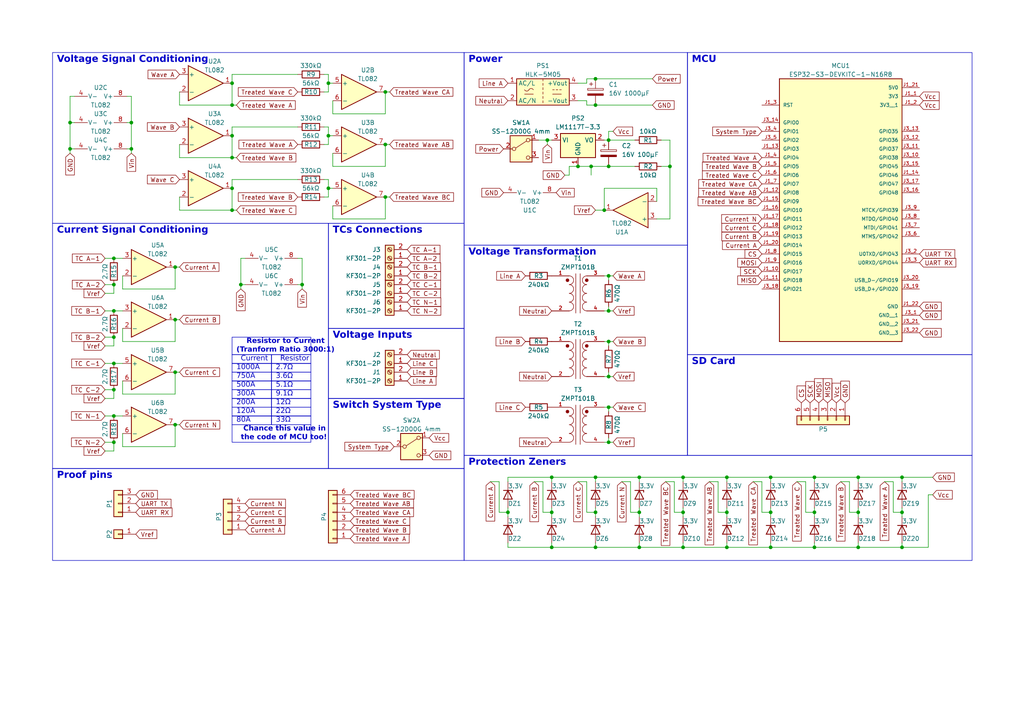
<source format=kicad_sch>
(kicad_sch (version 20230121) (generator eeschema)
  (paper "A4")
  (title_block (title "ESP32 Power Analyser V3.0 Schematics") (date "02/05/2024") (rev "1.2") (company "https://www.linkedin.com/in/lucasrguerra"))
  (junction (at 210.82 148.59))
  (junction (at 176.53 48.26))
  (junction (at 198.12 148.59))
  (junction (at 176.53 99.06))
  (junction (at 67.31 39.37))
  (junction (at 223.52 148.59))
  (junction (at 33.02 113.03))
  (junction (at 69.85 82.55))
  (junction (at 95.25 54.61))
  (junction (at 236.22 138.43))
  (junction (at 33.02 120.65))
  (junction (at 261.62 148.59))
  (junction (at 261.62 158.75))
  (junction (at 67.31 24.13))
  (junction (at 167.64 48.26))
  (junction (at 67.31 54.61))
  (junction (at 210.82 138.43))
  (junction (at 210.82 158.75))
  (junction (at 111.76 26.67))
  (junction (at 176.53 118.11))
  (junction (at 111.76 57.15))
  (junction (at 248.92 138.43))
  (junction (at 185.42 148.59))
  (junction (at 33.02 74.93))
  (junction (at 176.53 128.27))
  (junction (at 95.25 24.13))
  (junction (at 95.25 39.37))
  (junction (at 67.31 45.72))
  (junction (at 38.1 43.18))
  (junction (at 160.02 158.75))
  (junction (at 33.02 82.55))
  (junction (at 33.02 90.17))
  (junction (at 185.42 138.43))
  (junction (at 236.22 148.59))
  (junction (at 176.53 109.22))
  (junction (at 172.72 22.86))
  (junction (at 198.12 138.43))
  (junction (at 33.02 105.41))
  (junction (at 50.8 77.47))
  (junction (at 33.02 128.27))
  (junction (at 67.31 30.48))
  (junction (at 171.45 48.26))
  (junction (at 223.52 158.75))
  (junction (at 176.53 90.17))
  (junction (at 172.72 148.59))
  (junction (at 38.1 35.56))
  (junction (at 248.92 148.59))
  (junction (at 172.72 138.43))
  (junction (at 50.8 107.95))
  (junction (at 50.8 123.19))
  (junction (at 198.12 158.75))
  (junction (at 176.53 80.01))
  (junction (at 172.72 30.48))
  (junction (at 185.42 158.75))
  (junction (at 67.31 60.96))
  (junction (at 160.02 148.59))
  (junction (at 194.31 48.26))
  (junction (at 111.76 41.91))
  (junction (at 33.02 97.79))
  (junction (at 248.92 158.75))
  (junction (at 160.02 138.43))
  (junction (at 158.75 40.64))
  (junction (at 175.26 60.96))
  (junction (at 236.22 158.75))
  (junction (at 20.32 35.56))
  (junction (at 147.32 148.59))
  (junction (at 223.52 138.43))
  (junction (at 50.8 92.71))
  (junction (at 176.53 40.64))
  (junction (at 172.72 158.75))
  (junction (at 20.32 43.18))
  (junction (at 87.63 82.55))
  (junction (at 261.62 138.43))
  (wire (pts (xy 38.1 43.18) (xy 38.1 44.45)))
  (wire (pts (xy 223.52 158.75) (xy 210.82 158.75)))
  (wire (pts (xy 172.72 22.86) (xy 189.23 22.86)))
  (wire (pts (xy 160.02 138.43) (xy 160.02 139.7)))
  (wire (pts (xy 177.8 38.1) (xy 176.53 38.1)))
  (wire (pts (xy 52.07 57.15) (xy 52.07 60.96)))
  (wire (pts (xy 50.8 129.54) (xy 50.8 123.19)))
  (wire (pts (xy 176.53 118.11) (xy 177.8 118.11)))
  (wire (pts (xy 35.56 110.49) (xy 35.56 114.3)))
  (wire (pts (xy 147.32 158.75) (xy 160.02 158.75)))
  (wire (pts (xy 111.76 26.67) (xy 113.03 26.67)))
  (wire (pts (xy 144.78 139.7) (xy 144.78 148.59)))
  (wire (pts (xy 210.82 139.7) (xy 210.82 138.43)))
  (wire (pts (xy 194.31 48.26) (xy 194.31 63.5)))
  (wire (pts (xy 96.52 44.45) (xy 96.52 48.26)))
  (wire (pts (xy 30.48 82.55) (xy 33.02 82.55)))
  (wire (pts (xy 248.92 148.59) (xy 248.92 149.86)))
  (wire (pts (xy 96.52 29.21) (xy 96.52 33.02)))
  (wire (pts (xy 269.24 143.51) (xy 269.24 158.75)))
  (wire (pts (xy 35.56 83.82) (xy 50.8 83.82)))
  (wire (pts (xy 170.18 22.86) (xy 172.72 22.86)))
  (wire (pts (xy 158.75 40.64) (xy 160.02 40.64)))
  (wire (pts (xy 69.85 74.93) (xy 69.85 82.55)))
  (wire (pts (xy 67.31 45.72) (xy 68.58 45.72)))
  (wire (pts (xy 93.98 26.67) (xy 95.25 26.67)))
  (wire (pts (xy 30.48 97.79) (xy 33.02 97.79)))
  (wire (pts (xy 20.32 35.56) (xy 20.32 43.18)))
  (wire (pts (xy 223.52 148.59) (xy 223.52 149.86)))
  (wire (pts (xy 259.08 148.59) (xy 261.62 148.59)))
  (wire (pts (xy 111.76 33.02) (xy 111.76 26.67)))
  (wire (pts (xy 147.32 148.59) (xy 147.32 149.86)))
  (wire (pts (xy 170.18 24.13) (xy 170.18 22.86)))
  (wire (pts (xy 147.32 147.32) (xy 147.32 148.59)))
  (wire (pts (xy 33.02 130.81) (xy 33.02 128.27)))
  (wire (pts (xy 95.25 36.83) (xy 95.25 39.37)))
  (wire (pts (xy 35.56 80.01) (xy 35.56 83.82)))
  (wire (pts (xy 261.62 158.75) (xy 269.24 158.75)))
  (wire (pts (xy 67.31 21.59) (xy 67.31 24.13)))
  (wire (pts (xy 172.72 139.7) (xy 172.72 138.43)))
  (wire (pts (xy 21.59 27.94) (xy 20.32 27.94)))
  (wire (pts (xy 71.12 82.55) (xy 69.85 82.55)))
  (wire (pts (xy 246.38 148.59) (xy 248.92 148.59)))
  (wire (pts (xy 236.22 147.32) (xy 236.22 148.59)))
  (wire (pts (xy 86.36 21.59) (xy 67.31 21.59)))
  (wire (pts (xy 30.48 85.09) (xy 33.02 85.09)))
  (wire (pts (xy 21.59 43.18) (xy 20.32 43.18)))
  (wire (pts (xy 231.14 139.7) (xy 233.68 139.7)))
  (wire (pts (xy 191.77 40.64) (xy 194.31 40.64)))
  (wire (pts (xy 157.48 139.7) (xy 157.48 148.59)))
  (wire (pts (xy 176.53 38.1) (xy 176.53 40.64)))
  (wire (pts (xy 96.52 59.69) (xy 96.52 63.5)))
  (wire (pts (xy 67.31 60.96) (xy 67.31 54.61)))
  (wire (pts (xy 236.22 148.59) (xy 236.22 149.86)))
  (wire (pts (xy 167.64 139.7) (xy 170.18 139.7)))
  (wire (pts (xy 86.36 82.55) (xy 87.63 82.55)))
  (wire (pts (xy 198.12 147.32) (xy 198.12 148.59)))
  (wire (pts (xy 35.56 114.3) (xy 50.8 114.3)))
  (wire (pts (xy 172.72 138.43) (xy 160.02 138.43)))
  (wire (pts (xy 248.92 158.75) (xy 236.22 158.75)))
  (wire (pts (xy 35.56 129.54) (xy 50.8 129.54)))
  (wire (pts (xy 261.62 157.48) (xy 261.62 158.75)))
  (wire (pts (xy 198.12 158.75) (xy 185.42 158.75)))
  (wire (pts (xy 261.62 139.7) (xy 261.62 138.43)))
  (wire (pts (xy 233.68 139.7) (xy 233.68 148.59)))
  (wire (pts (xy 210.82 157.48) (xy 210.82 158.75)))
  (wire (pts (xy 158.75 41.91) (xy 158.75 40.64)))
  (wire (pts (xy 236.22 139.7) (xy 236.22 138.43)))
  (wire (pts (xy 95.25 24.13) (xy 96.52 24.13)))
  (wire (pts (xy 223.52 139.7) (xy 223.52 138.43)))
  (wire (pts (xy 69.85 82.55) (xy 69.85 83.82)))
  (wire (pts (xy 176.53 48.26) (xy 184.15 48.26)))
  (wire (pts (xy 96.52 48.26) (xy 111.76 48.26)))
  (wire (pts (xy 33.02 115.57) (xy 33.02 113.03)))
  (wire (pts (xy 172.72 147.32) (xy 172.72 148.59)))
  (wire (pts (xy 185.42 138.43) (xy 172.72 138.43)))
  (wire (pts (xy 210.82 138.43) (xy 198.12 138.43)))
  (wire (pts (xy 111.76 41.91) (xy 113.03 41.91)))
  (wire (pts (xy 93.98 52.07) (xy 95.25 52.07)))
  (wire (pts (xy 160.02 158.75) (xy 160.02 157.48)))
  (wire (pts (xy 220.98 139.7) (xy 220.98 148.59)))
  (wire (pts (xy 176.53 80.01) (xy 177.8 80.01)))
  (wire (pts (xy 170.18 139.7) (xy 170.18 148.59)))
  (wire (pts (xy 33.02 90.17) (xy 35.56 90.17)))
  (wire (pts (xy 176.53 128.27) (xy 177.8 128.27)))
  (wire (pts (xy 67.31 36.83) (xy 67.31 39.37)))
  (wire (pts (xy 154.94 139.7) (xy 157.48 139.7)))
  (wire (pts (xy 248.92 157.48) (xy 248.92 158.75)))
  (wire (pts (xy 93.98 21.59) (xy 95.25 21.59)))
  (wire (pts (xy 259.08 139.7) (xy 259.08 148.59)))
  (wire (pts (xy 176.53 107.95) (xy 176.53 109.22)))
  (wire (pts (xy 86.36 52.07) (xy 67.31 52.07)))
  (wire (pts (xy 95.25 26.67) (xy 95.25 24.13)))
  (wire (pts (xy 50.8 77.47) (xy 52.07 77.47)))
  (wire (pts (xy 38.1 27.94) (xy 38.1 35.56)))
  (wire (pts (xy 67.31 30.48) (xy 67.31 24.13)))
  (wire (pts (xy 50.8 123.19) (xy 52.07 123.19)))
  (wire (pts (xy 190.5 63.5) (xy 194.31 63.5)))
  (wire (pts (xy 185.42 158.75) (xy 172.72 158.75)))
  (wire (pts (xy 95.25 39.37) (xy 96.52 39.37)))
  (wire (pts (xy 36.83 43.18) (xy 38.1 43.18)))
  (wire (pts (xy 208.28 148.59) (xy 210.82 148.59)))
  (wire (pts (xy 246.38 139.7) (xy 246.38 148.59)))
  (wire (pts (xy 198.12 157.48) (xy 198.12 158.75)))
  (wire (pts (xy 175.26 128.27) (xy 176.53 128.27)))
  (wire (pts (xy 67.31 30.48) (xy 68.58 30.48)))
  (wire (pts (xy 175.26 54.61) (xy 175.26 60.96)))
  (wire (pts (xy 67.31 60.96) (xy 68.58 60.96)))
  (wire (pts (xy 93.98 41.91) (xy 95.25 41.91)))
  (wire (pts (xy 176.53 109.22) (xy 177.8 109.22)))
  (wire (pts (xy 175.26 80.01) (xy 176.53 80.01)))
  (wire (pts (xy 172.72 148.59) (xy 172.72 149.86)))
  (wire (pts (xy 147.32 157.48) (xy 147.32 158.75)))
  (wire (pts (xy 167.64 24.13) (xy 170.18 24.13)))
  (wire (pts (xy 248.92 138.43) (xy 236.22 138.43)))
  (wire (pts (xy 236.22 157.48) (xy 236.22 158.75)))
  (wire (pts (xy 243.84 139.7) (xy 246.38 139.7)))
  (wire (pts (xy 36.83 27.94) (xy 38.1 27.94)))
  (wire (pts (xy 175.26 118.11) (xy 176.53 118.11)))
  (wire (pts (xy 95.25 21.59) (xy 95.25 24.13)))
  (wire (pts (xy 195.58 148.59) (xy 198.12 148.59)))
  (wire (pts (xy 180.34 139.7) (xy 182.88 139.7)))
  (wire (pts (xy 176.53 99.06) (xy 177.8 99.06)))
  (wire (pts (xy 50.8 92.71) (xy 52.07 92.71)))
  (wire (pts (xy 176.53 118.11) (xy 176.53 119.38)))
  (wire (pts (xy 172.72 30.48) (xy 189.23 30.48)))
  (wire (pts (xy 87.63 82.55) (xy 87.63 83.82)))
  (wire (pts (xy 261.62 148.59) (xy 261.62 149.86)))
  (wire (pts (xy 210.82 147.32) (xy 210.82 148.59)))
  (wire (pts (xy 21.59 35.56) (xy 20.32 35.56)))
  (wire (pts (xy 67.31 52.07) (xy 67.31 54.61)))
  (wire (pts (xy 269.24 143.51) (xy 270.51 143.51)))
  (wire (pts (xy 30.48 130.81) (xy 33.02 130.81)))
  (wire (pts (xy 142.24 139.7) (xy 144.78 139.7)))
  (wire (pts (xy 165.1 50.8) (xy 165.1 48.26)))
  (wire (pts (xy 176.53 99.06) (xy 176.53 100.33)))
  (wire (pts (xy 30.48 113.03) (xy 33.02 113.03)))
  (wire (pts (xy 194.31 40.64) (xy 194.31 48.26)))
  (wire (pts (xy 50.8 99.06) (xy 50.8 92.71)))
  (wire (pts (xy 20.32 43.18) (xy 20.32 44.45)))
  (wire (pts (xy 223.52 147.32) (xy 223.52 148.59)))
  (wire (pts (xy 30.48 100.33) (xy 33.02 100.33)))
  (wire (pts (xy 50.8 114.3) (xy 50.8 107.95)))
  (wire (pts (xy 87.63 74.93) (xy 87.63 82.55)))
  (wire (pts (xy 111.76 57.15) (xy 113.03 57.15)))
  (wire (pts (xy 220.98 148.59) (xy 223.52 148.59)))
  (wire (pts (xy 256.54 139.7) (xy 259.08 139.7)))
  (wire (pts (xy 86.36 36.83) (xy 67.31 36.83)))
  (wire (pts (xy 191.77 48.26) (xy 194.31 48.26)))
  (wire (pts (xy 172.72 157.48) (xy 172.72 158.75)))
  (wire (pts (xy 30.48 74.93) (xy 33.02 74.93)))
  (wire (pts (xy 171.45 48.26) (xy 176.53 48.26)))
  (wire (pts (xy 33.02 100.33) (xy 33.02 97.79)))
  (wire (pts (xy 67.31 45.72) (xy 67.31 39.37)))
  (wire (pts (xy 147.32 138.43) (xy 160.02 138.43)))
  (wire (pts (xy 156.21 40.64) (xy 158.75 40.64)))
  (wire (pts (xy 175.26 99.06) (xy 176.53 99.06)))
  (wire (pts (xy 176.53 80.01) (xy 176.53 81.28)))
  (wire (pts (xy 172.72 158.75) (xy 160.02 158.75)))
  (wire (pts (xy 176.53 127) (xy 176.53 128.27)))
  (wire (pts (xy 210.82 148.59) (xy 210.82 149.86)))
  (wire (pts (xy 248.92 147.32) (xy 248.92 148.59)))
  (wire (pts (xy 205.74 139.7) (xy 208.28 139.7)))
  (wire (pts (xy 95.25 54.61) (xy 96.52 54.61)))
  (wire (pts (xy 33.02 105.41) (xy 35.56 105.41)))
  (wire (pts (xy 185.42 157.48) (xy 185.42 158.75)))
  (wire (pts (xy 36.83 35.56) (xy 38.1 35.56)))
  (wire (pts (xy 170.18 29.21) (xy 170.18 30.48)))
  (wire (pts (xy 111.76 48.26) (xy 111.76 41.91)))
  (wire (pts (xy 30.48 128.27) (xy 33.02 128.27)))
  (wire (pts (xy 198.12 139.7) (xy 198.12 138.43)))
  (wire (pts (xy 35.56 95.25) (xy 35.56 99.06)))
  (wire (pts (xy 176.53 88.9) (xy 176.53 90.17)))
  (wire (pts (xy 172.72 60.96) (xy 175.26 60.96)))
  (wire (pts (xy 96.52 33.02) (xy 111.76 33.02)))
  (wire (pts (xy 35.56 99.06) (xy 50.8 99.06)))
  (wire (pts (xy 50.8 83.82) (xy 50.8 77.47)))
  (wire (pts (xy 261.62 158.75) (xy 248.92 158.75)))
  (wire (pts (xy 198.12 148.59) (xy 198.12 149.86)))
  (wire (pts (xy 198.12 138.43) (xy 185.42 138.43)))
  (wire (pts (xy 52.07 41.91) (xy 52.07 45.72)))
  (wire (pts (xy 182.88 139.7) (xy 182.88 148.59)))
  (wire (pts (xy 223.52 138.43) (xy 210.82 138.43)))
  (wire (pts (xy 50.8 107.95) (xy 52.07 107.95)))
  (wire (pts (xy 261.62 138.43) (xy 248.92 138.43)))
  (wire (pts (xy 20.32 27.94) (xy 20.32 35.56)))
  (wire (pts (xy 248.92 139.7) (xy 248.92 138.43)))
  (wire (pts (xy 147.32 139.7) (xy 147.32 138.43)))
  (wire (pts (xy 144.78 148.59) (xy 147.32 148.59)))
  (wire (pts (xy 52.07 30.48) (xy 67.31 30.48)))
  (wire (pts (xy 96.52 63.5) (xy 111.76 63.5)))
  (wire (pts (xy 38.1 35.56) (xy 38.1 43.18)))
  (wire (pts (xy 86.36 74.93) (xy 87.63 74.93)))
  (wire (pts (xy 170.18 148.59) (xy 172.72 148.59)))
  (wire (pts (xy 208.28 139.7) (xy 208.28 148.59)))
  (wire (pts (xy 210.82 158.75) (xy 198.12 158.75)))
  (wire (pts (xy 170.18 30.48) (xy 172.72 30.48)))
  (wire (pts (xy 233.68 148.59) (xy 236.22 148.59)))
  (wire (pts (xy 30.48 90.17) (xy 33.02 90.17)))
  (wire (pts (xy 171.45 48.26) (xy 171.45 50.8)))
  (wire (pts (xy 261.62 138.43) (xy 270.51 138.43)))
  (wire (pts (xy 157.48 148.59) (xy 160.02 148.59)))
  (wire (pts (xy 185.42 148.59) (xy 185.42 149.86)))
  (wire (pts (xy 261.62 147.32) (xy 261.62 148.59)))
  (wire (pts (xy 176.53 90.17) (xy 175.26 90.17)))
  (wire (pts (xy 236.22 158.75) (xy 223.52 158.75)))
  (wire (pts (xy 185.42 147.32) (xy 185.42 148.59)))
  (wire (pts (xy 35.56 125.73) (xy 35.56 129.54)))
  (wire (pts (xy 93.98 36.83) (xy 95.25 36.83)))
  (wire (pts (xy 33.02 85.09) (xy 33.02 82.55)))
  (wire (pts (xy 160.02 148.59) (xy 160.02 149.86)))
  (wire (pts (xy 93.98 57.15) (xy 95.25 57.15)))
  (wire (pts (xy 160.02 147.32) (xy 160.02 148.59)))
  (wire (pts (xy 182.88 148.59) (xy 185.42 148.59)))
  (wire (pts (xy 30.48 120.65) (xy 33.02 120.65)))
  (wire (pts (xy 71.12 74.93) (xy 69.85 74.93)))
  (wire (pts (xy 52.07 45.72) (xy 67.31 45.72)))
  (wire (pts (xy 175.26 54.61) (xy 190.5 54.61)))
  (wire (pts (xy 176.53 40.64) (xy 184.15 40.64)))
  (wire (pts (xy 30.48 115.57) (xy 33.02 115.57)))
  (wire (pts (xy 111.76 63.5) (xy 111.76 57.15)))
  (wire (pts (xy 52.07 60.96) (xy 67.31 60.96)))
  (wire (pts (xy 33.02 74.93) (xy 35.56 74.93)))
  (wire (pts (xy 95.25 41.91) (xy 95.25 39.37)))
  (wire (pts (xy 167.64 29.21) (xy 170.18 29.21)))
  (wire (pts (xy 176.53 90.17) (xy 177.8 90.17)))
  (wire (pts (xy 193.04 139.7) (xy 195.58 139.7)))
  (wire (pts (xy 171.45 48.26) (xy 167.64 48.26)))
  (wire (pts (xy 236.22 138.43) (xy 223.52 138.43)))
  (wire (pts (xy 195.58 139.7) (xy 195.58 148.59)))
  (wire (pts (xy 95.25 57.15) (xy 95.25 54.61)))
  (wire (pts (xy 52.07 26.67) (xy 52.07 30.48)))
  (wire (pts (xy 175.26 109.22) (xy 176.53 109.22)))
  (wire (pts (xy 190.5 54.61) (xy 190.5 58.42)))
  (wire (pts (xy 33.02 120.65) (xy 35.56 120.65)))
  (wire (pts (xy 185.42 139.7) (xy 185.42 138.43)))
  (wire (pts (xy 165.1 48.26) (xy 167.64 48.26)))
  (wire (pts (xy 218.44 139.7) (xy 220.98 139.7)))
  (wire (pts (xy 95.25 52.07) (xy 95.25 54.61)))
  (wire (pts (xy 163.83 50.8) (xy 165.1 50.8)))
  (wire (pts (xy 175.26 40.64) (xy 176.53 40.64)))
  (wire (pts (xy 30.48 105.41) (xy 33.02 105.41)))
  (wire (pts (xy 223.52 157.48) (xy 223.52 158.75)))
  (rectangle (start 67.31 118.11) (end 78.74 120.65))
  (rectangle (start 67.31 110.49) (end 78.74 113.03))
  (rectangle (start 67.31 123.19) (end 90.17 128.27))
  (rectangle (start 78.74 120.65) (end 90.17 123.19))
  (rectangle (start 78.74 113.03) (end 90.17 115.57))
  (rectangle (start 67.31 120.65) (end 78.74 123.19))
  (rectangle (start 78.74 105.41) (end 90.17 107.95))
  (rectangle (start 67.31 113.03) (end 78.74 115.57))
  (rectangle (start 134.62 71.12) (end 199.39 132.08))
  (rectangle (start 199.39 15.24) (end 281.94 102.87))
  (rectangle (start 95.25 64.77) (end 134.62 95.25))
  (rectangle (start 15.24 64.77) (end 95.25 135.89))
  (rectangle (start 67.31 115.57) (end 78.74 118.11))
  (rectangle (start 134.62 15.24) (end 199.39 71.12))
  (rectangle (start 15.24 135.89) (end 134.62 162.56))
  (rectangle (start 199.39 102.87) (end 281.94 132.08))
  (rectangle (start 78.74 118.11) (end 90.17 120.65))
  (rectangle (start 67.31 97.79) (end 90.17 102.87))
  (rectangle (start 78.74 107.95) (end 90.17 110.49))
  (rectangle (start 67.31 102.87) (end 78.74 105.41))
  (rectangle (start 15.24 15.24) (end 134.62 64.77))
  (rectangle (start 95.25 95.25) (end 134.62 115.57))
  (rectangle (start 134.62 132.08) (end 281.94 162.56))
  (rectangle (start 78.74 102.87) (end 90.17 105.41))
  (rectangle (start 95.25 115.57) (end 134.62 135.89))
  (rectangle (start 78.74 115.57) (end 90.17 118.11))
  (rectangle (start 78.74 110.49) (end 90.17 113.03))
  (rectangle (start 67.31 105.41) (end 78.74 107.95))
  (rectangle (start 67.31 107.95) (end 78.74 110.49))
  (text "33Ω" (at 80.01 123.19 0) (effects (font (size 1.5 1.5)) (justify left bottom)))
  (text "12Ω" (at 80.01 118.11 0) (effects (font (size 1.5 1.5)) (justify left bottom)))
  (text "500A" (at 68.58 113.03 0) (effects (font (size 1.5 1.5)) (justify left bottom)))
  (text " Chance this value in\nthe code of MCU too!" (at 69.85 128.27 0) (effects (font (size 1.5 1.5) (thickness 0.254) bold) (justify left bottom)))
  (text "Current" (at 69.85 105.41 0) (effects (font (size 1.5 1.5)) (justify left bottom)))
  (text "300A" (at 68.58 115.57 0) (effects (font (size 1.5 1.5)) (justify left bottom)))
  (text "MCU" (at 200.66 19.05 0) (effects (font (size 2 2) (thickness 0.254) bold) (justify left bottom)))
  (text "3.6Ω" (at 80.01 110.49 0) (effects (font (size 1.5 1.5)) (justify left bottom)))
  (text "750A" (at 68.58 110.49 0) (effects (font (size 1.5 1.5)) (justify left bottom)))
  (text "5.1Ω" (at 80.01 113.03 0) (effects (font (size 1.5 1.5)) (justify left bottom)))
  (text "Power" (at 135.89 19.05 0) (effects (font (size 2 2) (thickness 0.254) bold) (justify left bottom)))
  (text "Voltage Inputs" (at 96.52 99.06 0) (effects (font (size 2 2) (thickness 0.254) bold) (justify left bottom)))
  (text "22Ω" (at 80.01 120.65 0) (effects (font (size 1.5 1.5)) (justify left bottom)))
  (text "9.1Ω" (at 80.01 115.57 0) (effects (font (size 1.5 1.5)) (justify left bottom)))
  (text "120A" (at 68.58 120.65 0) (effects (font (size 1.5 1.5)) (justify left bottom)))
  (text "Protection Zeners" (at 135.89 135.89 0) (effects (font (size 2 2) (thickness 0.254) bold) (justify left bottom)))
  (text "Current Signal Conditioning" (at 16.51 68.58 0) (effects (font (size 2 2) (thickness 0.254) bold) (justify left bottom)))
  (text "1000A" (at 68.58 107.95 0) (effects (font (size 1.5 1.5)) (justify left bottom)))
  (text "Voltage Transformation\n" (at 135.89 74.93 0) (effects (font (size 2 2) (thickness 0.254) bold) (justify left bottom)))
  (text "200A" (at 68.58 118.11 0) (effects (font (size 1.5 1.5)) (justify left bottom)))
  (text "Switch System Type" (at 96.52 119.38 0) (effects (font (size 2 2) (thickness 0.254) bold) (justify left bottom)))
  (text "80A" (at 68.58 123.19 0) (effects (font (size 1.5 1.5)) (justify left bottom)))
  (text "SD Card" (at 200.66 106.68 0) (effects (font (size 2 2) (thickness 0.254) bold) (justify left bottom)))
  (text "Resistor" (at 81.28 105.41 0) (effects (font (size 1.5 1.5)) (justify left bottom)))
  (text "2.7Ω" (at 80.01 107.95 0) (effects (font (size 1.5 1.5)) (justify left bottom)))
  (text "    Resistor to Current\n(Tranform Ratio 3000:1)" (at 68.58 102.87 0) (effects (font (size 1.5 1.5) (thickness 0.254) bold) (justify left bottom)))
  (text "TCs Connections" (at 96.52 68.58 0) (effects (font (size 2 2) (thickness 0.254) bold) (justify left bottom)))
  (text "Proof pins" (at 16.51 139.7 0) (effects (font (size 2 2) (thickness 0.254) bold) (justify left bottom)))
  (text "Voltage Signal Conditioning" (at 16.51 19.05 0) (effects (font (size 2 2) (thickness 0.254) bold) (justify left bottom)))
  (global_label "Power" (shape input) (at 146.05 43.18 180) (property "Intersheetrefs" "${INTERSHEET_REFS}" (effects hide)))
  (global_label "Current N" (shape input) (at 220.98 63.5 180) (property "Intersheetrefs" "${INTERSHEET_REFS}" (effects hide)))
  (global_label "GND" (shape input) (at 39.37 143.51 0) (property "Intersheetrefs" "${INTERSHEET_REFS}" (effects hide)))
  (global_label "Vref" (shape input) (at 30.48 130.81 180) (property "Intersheetrefs" "${INTERSHEET_REFS}" (effects hide)))
  (global_label "Vcc" (shape input) (at 124.46 127 0) (property "Intersheetrefs" "${INTERSHEET_REFS}" (effects hide)))
  (global_label "Treated Wave CA" (shape input) (at 101.6 148.59 0) (property "Intersheetrefs" "${INTERSHEET_REFS}" (effects hide)))
  (global_label "Treated Wave AB" (shape input) (at 220.98 55.88 180) (property "Intersheetrefs" "${INTERSHEET_REFS}" (effects hide)))
  (global_label "Neutral" (shape input) (at 118.11 102.87 0) (property "Intersheetrefs" "${INTERSHEET_REFS}" (effects hide)))
  (global_label "Current A" (shape input) (at 142.24 139.7 270) (property "Intersheetrefs" "${INTERSHEET_REFS}" (effects hide)))
  (global_label "GND" (shape input) (at 266.7 88.9 0) (property "Intersheetrefs" "${INTERSHEET_REFS}" (effects hide)))
  (global_label "CS" (shape input) (at 232.41 116.84 90) (property "Intersheetrefs" "${INTERSHEET_REFS}" (effects hide)))
  (global_label "Treated Wave A" (shape input) (at 220.98 45.72 180) (property "Intersheetrefs" "${INTERSHEET_REFS}" (effects hide)))
  (global_label "Current N" (shape input) (at 71.12 146.05 0) (property "Intersheetrefs" "${INTERSHEET_REFS}" (effects hide)))
  (global_label "TC C-1" (shape input) (at 30.48 105.41 180) (property "Intersheetrefs" "${INTERSHEET_REFS}" (effects hide)))
  (global_label "Treated Wave A" (shape input) (at 68.58 30.48 0) (property "Intersheetrefs" "${INTERSHEET_REFS}" (effects hide)))
  (global_label "GND" (shape input) (at 266.7 91.44 0) (property "Intersheetrefs" "${INTERSHEET_REFS}" (effects hide)))
  (global_label "Line C" (shape input) (at 118.11 105.41 0) (property "Intersheetrefs" "${INTERSHEET_REFS}" (effects hide)))
  (global_label "Vcc" (shape input) (at 177.8 38.1 0) (property "Intersheetrefs" "${INTERSHEET_REFS}" (effects hide)))
  (global_label "GND" (shape input) (at 69.85 83.82 270) (property "Intersheetrefs" "${INTERSHEET_REFS}" (effects hide)))
  (global_label "SCK" (shape input) (at 234.95 116.84 90) (property "Intersheetrefs" "${INTERSHEET_REFS}" (effects hide)))
  (global_label "TC C-2" (shape input) (at 30.48 113.03 180) (property "Intersheetrefs" "${INTERSHEET_REFS}" (effects hide)))
  (global_label "Vcc" (shape input) (at 242.57 116.84 90) (property "Intersheetrefs" "${INTERSHEET_REFS}" (effects hide)))
  (global_label "Vref" (shape input) (at 177.8 90.17 0) (property "Intersheetrefs" "${INTERSHEET_REFS}" (effects hide)))
  (global_label "Treated Wave BC" (shape input) (at 113.03 57.15 0) (property "Intersheetrefs" "${INTERSHEET_REFS}" (effects hide)))
  (global_label "TC C-1" (shape input) (at 118.11 82.55 0) (property "Intersheetrefs" "${INTERSHEET_REFS}" (effects hide)))
  (global_label "Wave C" (shape input) (at 177.8 118.11 0) (property "Intersheetrefs" "${INTERSHEET_REFS}" (effects hide)))
  (global_label "TC N-2" (shape input) (at 118.11 90.17 0) (property "Intersheetrefs" "${INTERSHEET_REFS}" (effects hide)))
  (global_label "MOSI" (shape input) (at 220.98 76.2 180) (property "Intersheetrefs" "${INTERSHEET_REFS}" (effects hide)))
  (global_label "Treated Wave CA" (shape input) (at 113.03 26.67 0) (property "Intersheetrefs" "${INTERSHEET_REFS}" (effects hide)))
  (global_label "Vref" (shape input) (at 30.48 100.33 180) (property "Intersheetrefs" "${INTERSHEET_REFS}" (effects hide)))
  (global_label "TC A-1" (shape input) (at 30.48 74.93 180) (property "Intersheetrefs" "${INTERSHEET_REFS}" (effects hide)))
  (global_label "Line C" (shape input) (at 152.4 118.11 180) (property "Intersheetrefs" "${INTERSHEET_REFS}" (effects hide)))
  (global_label "CS" (shape input) (at 220.98 73.66 180) (property "Intersheetrefs" "${INTERSHEET_REFS}" (effects hide)))
  (global_label "Current C" (shape input) (at 52.07 107.95 0) (property "Intersheetrefs" "${INTERSHEET_REFS}" (effects hide)))
  (global_label "Vin" (shape input) (at 87.63 83.82 270) (property "Intersheetrefs" "${INTERSHEET_REFS}" (effects hide)))
  (global_label "UART RX" (shape input) (at 39.37 148.59 0) (property "Intersheetrefs" "${INTERSHEET_REFS}" (effects hide)))
  (global_label "Vref" (shape input) (at 39.37 154.94 0) (property "Intersheetrefs" "${INTERSHEET_REFS}" (effects hide)))
  (global_label "GND" (shape input) (at 266.7 96.52 0) (property "Intersheetrefs" "${INTERSHEET_REFS}" (effects hide)))
  (global_label "Treated Wave BC" (shape input) (at 193.04 139.7 270) (property "Intersheetrefs" "${INTERSHEET_REFS}" (effects hide)))
  (global_label "Wave A" (shape input) (at 52.07 21.59 180) (property "Intersheetrefs" "${INTERSHEET_REFS}" (effects hide)))
  (global_label "GND" (shape input) (at 189.23 30.48 0) (property "Intersheetrefs" "${INTERSHEET_REFS}" (effects hide)))
  (global_label "Current C" (shape input) (at 167.64 139.7 270) (property "Intersheetrefs" "${INTERSHEET_REFS}" (effects hide)))
  (global_label "MISO" (shape input) (at 240.03 116.84 90) (property "Intersheetrefs" "${INTERSHEET_REFS}" (effects hide)))
  (global_label "Current A" (shape input) (at 71.12 153.67 0) (property "Intersheetrefs" "${INTERSHEET_REFS}" (effects hide)))
  (global_label "Treated Wave AB" (shape input) (at 101.6 146.05 0) (property "Intersheetrefs" "${INTERSHEET_REFS}" (effects hide)))
  (global_label "Treated Wave C" (shape input) (at 101.6 151.13 0) (property "Intersheetrefs" "${INTERSHEET_REFS}" (effects hide)))
  (global_label "Vref" (shape input) (at 30.48 85.09 180) (property "Intersheetrefs" "${INTERSHEET_REFS}" (effects hide)))
  (global_label "Wave C" (shape input) (at 52.07 52.07 180) (property "Intersheetrefs" "${INTERSHEET_REFS}" (effects hide)))
  (global_label "Treated Wave AB" (shape input) (at 113.03 41.91 0) (property "Intersheetrefs" "${INTERSHEET_REFS}" (effects hide)))
  (global_label "GND" (shape input) (at 270.51 138.43 0) (property "Intersheetrefs" "${INTERSHEET_REFS}" (effects hide)))
  (global_label "Wave A" (shape input) (at 177.8 80.01 0) (property "Intersheetrefs" "${INTERSHEET_REFS}" (effects hide)))
  (global_label "UART TX" (shape input) (at 266.7 73.66 0) (property "Intersheetrefs" "${INTERSHEET_REFS}" (effects hide)))
  (global_label "Treated Wave BC" (shape input) (at 101.6 143.51 0) (property "Intersheetrefs" "${INTERSHEET_REFS}" (effects hide)))
  (global_label "Vin" (shape input) (at 158.75 41.91 270) (property "Intersheetrefs" "${INTERSHEET_REFS}" (effects hide)))
  (global_label "Treated Wave CA" (shape input) (at 218.44 139.7 270) (property "Intersheetrefs" "${INTERSHEET_REFS}" (effects hide)))
  (global_label "Current B" (shape input) (at 220.98 68.58 180) (property "Intersheetrefs" "${INTERSHEET_REFS}" (effects hide)))
  (global_label "Current A" (shape input) (at 220.98 71.12 180) (property "Intersheetrefs" "${INTERSHEET_REFS}" (effects hide)))
  (global_label "Treated Wave A" (shape input) (at 256.54 139.7 270) (property "Intersheetrefs" "${INTERSHEET_REFS}" (effects hide)))
  (global_label "TC N-2" (shape input) (at 30.48 128.27 180) (property "Intersheetrefs" "${INTERSHEET_REFS}" (effects hide)))
  (global_label "GND" (shape input) (at 20.32 44.45 270) (property "Intersheetrefs" "${INTERSHEET_REFS}" (effects hide)))
  (global_label "Current C" (shape input) (at 71.12 148.59 0) (property "Intersheetrefs" "${INTERSHEET_REFS}" (effects hide)))
  (global_label "Neutral" (shape input) (at 160.02 109.22 180) (property "Intersheetrefs" "${INTERSHEET_REFS}" (effects hide)))
  (global_label "Neutral" (shape input) (at 160.02 90.17 180) (property "Intersheetrefs" "${INTERSHEET_REFS}" (effects hide)))
  (global_label "Line B" (shape input) (at 152.4 99.06 180) (property "Intersheetrefs" "${INTERSHEET_REFS}" (effects hide)))
  (global_label "Current C" (shape input) (at 220.98 66.04 180) (property "Intersheetrefs" "${INTERSHEET_REFS}" (effects hide)))
  (global_label "Current B" (shape input) (at 52.07 92.71 0) (property "Intersheetrefs" "${INTERSHEET_REFS}" (effects hide)))
  (global_label "Current A" (shape input) (at 52.07 77.47 0) (property "Intersheetrefs" "${INTERSHEET_REFS}" (effects hide)))
  (global_label "Treated Wave B" (shape input) (at 86.36 57.15 180) (property "Intersheetrefs" "${INTERSHEET_REFS}" (effects hide)))
  (global_label "TC A-2" (shape input) (at 118.11 74.93 0) (property "Intersheetrefs" "${INTERSHEET_REFS}" (effects hide)))
  (global_label "Treated Wave B" (shape input) (at 243.84 139.7 270) (property "Intersheetrefs" "${INTERSHEET_REFS}" (effects hide)))
  (global_label "Treated Wave B" (shape input) (at 101.6 153.67 0) (property "Intersheetrefs" "${INTERSHEET_REFS}" (effects hide)))
  (global_label "System Type" (shape input) (at 114.3 129.54 180) (property "Intersheetrefs" "${INTERSHEET_REFS}" (effects hide)))
  (global_label "Treated Wave BC" (shape input) (at 220.98 58.42 180) (property "Intersheetrefs" "${INTERSHEET_REFS}" (effects hide)))
  (global_label "Treated Wave B" (shape input) (at 220.98 48.26 180) (property "Intersheetrefs" "${INTERSHEET_REFS}" (effects hide)))
  (global_label "Vcc" (shape input) (at 266.7 27.94 0) (property "Intersheetrefs" "${INTERSHEET_REFS}" (effects hide)))
  (global_label "Treated Wave CA" (shape input) (at 220.98 53.34 180) (property "Intersheetrefs" "${INTERSHEET_REFS}" (effects hide)))
  (global_label "Wave B" (shape input) (at 177.8 99.06 0) (property "Intersheetrefs" "${INTERSHEET_REFS}" (effects hide)))
  (global_label "TC C-2" (shape input) (at 118.11 85.09 0) (property "Intersheetrefs" "${INTERSHEET_REFS}" (effects hide)))
  (global_label "Line B" (shape input) (at 118.11 107.95 0) (property "Intersheetrefs" "${INTERSHEET_REFS}" (effects hide)))
  (global_label "MISO" (shape input) (at 220.98 81.28 180) (property "Intersheetrefs" "${INTERSHEET_REFS}" (effects hide)))
  (global_label "Vcc" (shape input) (at 270.51 143.51 0) (property "Intersheetrefs" "${INTERSHEET_REFS}" (effects hide)))
  (global_label "Wave B" (shape input) (at 52.07 36.83 180) (property "Intersheetrefs" "${INTERSHEET_REFS}" (effects hide)))
  (global_label "Treated Wave AB" (shape input) (at 205.74 139.7 270) (property "Intersheetrefs" "${INTERSHEET_REFS}" (effects hide)))
  (global_label "Neutral" (shape input) (at 147.32 29.21 180) (property "Intersheetrefs" "${INTERSHEET_REFS}" (effects hide)))
  (global_label "SCK" (shape input) (at 220.98 78.74 180) (property "Intersheetrefs" "${INTERSHEET_REFS}" (effects hide)))
  (global_label "Treated Wave C" (shape input) (at 68.58 60.96 0) (property "Intersheetrefs" "${INTERSHEET_REFS}" (effects hide)))
  (global_label "Line A" (shape input) (at 152.4 80.01 180) (property "Intersheetrefs" "${INTERSHEET_REFS}" (effects hide)))
  (global_label "GND" (shape input) (at 124.46 132.08 0) (property "Intersheetrefs" "${INTERSHEET_REFS}" (effects hide)))
  (global_label "Vin" (shape input) (at 38.1 44.45 270) (property "Intersheetrefs" "${INTERSHEET_REFS}" (effects hide)))
  (global_label "Vref" (shape input) (at 177.8 128.27 0) (property "Intersheetrefs" "${INTERSHEET_REFS}" (effects hide)))
  (global_label "TC B-2" (shape input) (at 118.11 80.01 0) (property "Intersheetrefs" "${INTERSHEET_REFS}" (effects hide)))
  (global_label "Vin" (shape input) (at 161.29 55.88 0) (property "Intersheetrefs" "${INTERSHEET_REFS}" (effects hide)))
  (global_label "Current B" (shape input) (at 154.94 139.7 270) (property "Intersheetrefs" "${INTERSHEET_REFS}" (effects hide)))
  (global_label "Vref" (shape input) (at 30.48 115.57 180) (property "Intersheetrefs" "${INTERSHEET_REFS}" (effects hide)))
  (global_label "GND" (shape input) (at 245.11 116.84 90) (property "Intersheetrefs" "${INTERSHEET_REFS}" (effects hide)))
  (global_label "TC N-1" (shape input) (at 30.48 120.65 180) (property "Intersheetrefs" "${INTERSHEET_REFS}" (effects hide)))
  (global_label "Vref" (shape input) (at 172.72 60.96 180) (property "Intersheetrefs" "${INTERSHEET_REFS}" (effects hide)))
  (global_label "Treated Wave C" (shape input) (at 220.98 50.8 180) (property "Intersheetrefs" "${INTERSHEET_REFS}" (effects hide)))
  (global_label "UART RX" (shape input) (at 266.7 76.2 0) (property "Intersheetrefs" "${INTERSHEET_REFS}" (effects hide)))
  (global_label "TC B-1" (shape input) (at 118.11 77.47 0) (property "Intersheetrefs" "${INTERSHEET_REFS}" (effects hide)))
  (global_label "System Type" (shape input) (at 220.98 38.1 180) (property "Intersheetrefs" "${INTERSHEET_REFS}" (effects hide)))
  (global_label "Treated Wave C" (shape input) (at 231.14 139.7 270) (property "Intersheetrefs" "${INTERSHEET_REFS}" (effects hide)))
  (global_label "UART TX" (shape input) (at 39.37 146.05 0) (property "Intersheetrefs" "${INTERSHEET_REFS}" (effects hide)))
  (global_label "TC B-1" (shape input) (at 30.48 90.17 180) (property "Intersheetrefs" "${INTERSHEET_REFS}" (effects hide)))
  (global_label "Line A" (shape input) (at 118.11 110.49 0) (property "Intersheetrefs" "${INTERSHEET_REFS}" (effects hide)))
  (global_label "Neutral" (shape input) (at 160.02 128.27 180) (property "Intersheetrefs" "${INTERSHEET_REFS}" (effects hide)))
  (global_label "TC A-2" (shape input) (at 30.48 82.55 180) (property "Intersheetrefs" "${INTERSHEET_REFS}" (effects hide)))
  (global_label "Vcc" (shape input) (at 266.7 30.48 0) (property "Intersheetrefs" "${INTERSHEET_REFS}" (effects hide)))
  (global_label "Current N" (shape input) (at 52.07 123.19 0) (property "Intersheetrefs" "${INTERSHEET_REFS}" (effects hide)))
  (global_label "MOSI" (shape input) (at 237.49 116.84 90) (property "Intersheetrefs" "${INTERSHEET_REFS}" (effects hide)))
  (global_label "Vref" (shape input) (at 177.8 109.22 0) (property "Intersheetrefs" "${INTERSHEET_REFS}" (effects hide)))
  (global_label "TC B-2" (shape input) (at 30.48 97.79 180) (property "Intersheetrefs" "${INTERSHEET_REFS}" (effects hide)))
  (global_label "GND" (shape input) (at 163.83 50.8 180) (property "Intersheetrefs" "${INTERSHEET_REFS}" (effects hide)))
  (global_label "Current N" (shape input) (at 180.34 139.7 270) (property "Intersheetrefs" "${INTERSHEET_REFS}" (effects hide)))
  (global_label "Current B" (shape input) (at 71.12 151.13 0) (property "Intersheetrefs" "${INTERSHEET_REFS}" (effects hide)))
  (global_label "GND" (shape input) (at 146.05 55.88 180) (property "Intersheetrefs" "${INTERSHEET_REFS}" (effects hide)))
  (global_label "Line A" (shape input) (at 147.32 24.13 180) (property "Intersheetrefs" "${INTERSHEET_REFS}" (effects hide)))
  (global_label "Treated Wave C" (shape input) (at 86.36 26.67 180) (property "Intersheetrefs" "${INTERSHEET_REFS}" (effects hide)))
  (global_label "Power" (shape input) (at 189.23 22.86 0) (property "Intersheetrefs" "${INTERSHEET_REFS}" (effects hide)))
  (global_label "Treated Wave A" (shape input) (at 86.36 41.91 180) (property "Intersheetrefs" "${INTERSHEET_REFS}" (effects hide)))
  (global_label "TC A-1" (shape input) (at 118.11 72.39 0) (property "Intersheetrefs" "${INTERSHEET_REFS}" (effects hide)))
  (global_label "Treated Wave A" (shape input) (at 101.6 156.21 0) (property "Intersheetrefs" "${INTERSHEET_REFS}" (effects hide)))
  (global_label "TC N-1" (shape input) (at 118.11 87.63 0) (property "Intersheetrefs" "${INTERSHEET_REFS}" (effects hide)))
  (global_label "Treated Wave B" (shape input) (at 68.58 45.72 0) (property "Intersheetrefs" "${INTERSHEET_REFS}" (effects hide)))
  (symbol (lib_id "Amplifier_Operational:TL082") (at 43.18 123.19 0) (unit 2)
    (property "Reference" "U6" (at 45.72 116.84 0))
    (property "Value" "TL082" (at 45.72 119.38 0))
    (property "Footprint" "Package_DIP:DIP-8_W7.62mm_Socket" (effects hide))
    (property "Datasheet" "http://www.ti.com/lit/ds/symlink/tl081.pdf" (effects hide))
  )
  (symbol (lib_id "Amplifier_Operational:TL082") (at 29.21 45.72 270) (unit 3)
    (property "Reference" "U4" (at 29.21 40.64 90))
    (property "Value" "TL082" (at 29.21 45.72 90))
    (property "Footprint" "Package_DIP:DIP-8_W7.62mm_Socket" (effects hide))
    (property "Datasheet" "http://www.ti.com/lit/ds/symlink/tl081.pdf" (effects hide))
  )
  (symbol (lib_id "Device:R") (at 187.96 40.64 90) (unit 1)
    (property "Reference" "R1" (at 187.96 40.64 90))
    (property "Value" "10kΩ" (at 187.96 38.1 90))
    (property "Footprint" "Resistor_THT:R_Axial_DIN0207_L6.3mm_D2.5mm_P10.16mm_Horizontal" (effects hide))
  )
  (symbol (lib_id "Connector:Screw_Terminal_01x02") (at 113.03 80.01 180) (unit 1)
    (property "Reference" "J4" (at 109.22 77.47 0))
    (property "Value" "KF301-2P" (at 105.41 80.01 0))
    (property "Footprint" "TerminalBlock:TerminalBlock_bornier-2_P5.08mm" (effects hide))
  )
  (symbol (lib_id "Amplifier_Operational:TL082") (at 153.67 58.42 270) (unit 3)
    (property "Reference" "U1" (at 153.67 60.96 90))
    (property "Value" "TL082" (at 153.67 58.42 90))
    (property "Footprint" "Package_DIP:DIP-8_W7.62mm_Socket" (effects hide))
    (property "Datasheet" "http://www.ti.com/lit/ds/symlink/tl081.pdf" (effects hide))
  )
  (symbol (lib_id "Device:R") (at 156.21 99.06 270) (unit 1)
    (property "Reference" "R4" (at 156.21 99.06 90))
    (property "Value" "240kΩ" (at 156.21 101.6 90))
    (property "Footprint" "Resistor_THT:R_Axial_DIN0207_L6.3mm_D2.5mm_P10.16mm_Horizontal" (effects hide))
  )
  (symbol (lib_id "Switch:SW_DPDT_x2") (at 151.13 43.18 0) (unit 1)
    (property "Reference" "SW1" (at 151.13 35.56 0))
    (property "Value" "SS-12D00G 4mm" (at 151.13 38.1 0))
    (property "Footprint" "Connector_PinHeader_2.54mm:PinHeader_1x03_P2.54mm_Vertical" (effects hide))
  )
  (symbol (lib_id "Amplifier_Operational:TL082") (at 78.74 77.47 270) (unit 3)
    (property "Reference" "U5" (at 78.74 72.39 90))
    (property "Value" "TL082" (at 78.74 77.47 90))
    (property "Footprint" "Package_DIP:DIP-8_W7.62mm_Socket" (effects hide))
    (property "Datasheet" "http://www.ti.com/lit/ds/symlink/tl081.pdf" (effects hide))
  )
  (symbol (lib_id "Amplifier_Operational:TL082") (at 43.18 107.95 0) (unit 2)
    (property "Reference" "U5" (at 45.72 101.6 0))
    (property "Value" "TL082" (at 45.72 104.14 0))
    (property "Footprint" "Package_DIP:DIP-8_W7.62mm_Socket" (effects hide))
    (property "Datasheet" "http://www.ti.com/lit/ds/symlink/tl081.pdf" (effects hide))
  )
  (symbol (lib_id "Device:D_Zener") (at 198.12 153.67 270) (unit 1)
    (property "Reference" "DZ10" (at 198.12 156.21 90) (effects (justify left)))
    (property "Value" "3.3V" (at 198.12 151.13 90) (effects (justify left)))
    (property "Footprint" "Diode_THT:D_DO-34_SOD68_P7.62mm_Horizontal" (effects hide))
  )
  (symbol (lib_id "Device:R") (at 33.02 124.46 0) (unit 1)
    (property "Reference" "R18" (at 33.02 124.46 90))
    (property "Value" "2.7Ω" (at 30.48 124.46 90))
    (property "Footprint" "Resistor_THT:R_Axial_DIN0207_L6.3mm_D2.5mm_P10.16mm_Horizontal" (effects hide))
  )
  (symbol (lib_id "Device:R") (at 90.17 21.59 90) (unit 1)
    (property "Reference" "R9" (at 90.17 21.59 90))
    (property "Value" "330kΩ" (at 90.17 19.05 90))
    (property "Footprint" "Resistor_THT:R_Axial_DIN0207_L6.3mm_D2.5mm_P10.16mm_Horizontal" (effects hide))
  )
  (symbol (lib_id "Device:R") (at 176.53 104.14 0) (unit 1)
    (property "Reference" "R7" (at 176.53 104.14 90))
    (property "Value" "470Ω" (at 179.07 104.14 90))
    (property "Footprint" "Resistor_THT:R_Axial_DIN0207_L6.3mm_D2.5mm_P10.16mm_Horizontal" (effects hide))
  )
  (symbol (lib_id "Device:D_Zener") (at 160.02 153.67 270) (unit 1)
    (property "Reference" "DZ4" (at 160.02 156.21 90) (effects (justify left)))
    (property "Value" "3.3V" (at 160.02 151.13 90) (effects (justify left)))
    (property "Footprint" "Diode_THT:D_DO-34_SOD68_P7.62mm_Horizontal" (effects hide))
  )
  (symbol (lib_id "Amplifier_Operational:TL082") (at 29.21 38.1 270) (unit 3)
    (property "Reference" "U3" (at 29.21 33.02 90))
    (property "Value" "TL082" (at 29.21 38.1 90))
    (property "Footprint" "Package_DIP:DIP-8_W7.62mm_Socket" (effects hide))
    (property "Datasheet" "http://www.ti.com/lit/ds/symlink/tl081.pdf" (effects hide))
  )
  (symbol (lib_name "ZMPT101B_1") (lib_id "ZMPT101B:ZMPT101B") (at 167.64 85.09 0) (unit 1)
    (property "Reference" "T1" (at 167.64 74.93 0))
    (property "Value" "ZMPT101B" (at 167.64 77.47 0))
    (property "Footprint" "SnapEDA Library:XFMR_ZMPT101B" (effects hide))
    (property "PARTREV" "NA" (effects hide))
    (property "STANDARD" "Manufacturer Recommendations" (effects hide))
    (property "MAXIMUM_PACKAGE_HEIGHT" "18.8mm" (effects hide))
    (property "MANUFACTURER" "Qingxian Zeming Langxi Electronic" (effects hide))
  )
  (symbol (lib_id "Amplifier_Operational:TL082") (at 29.21 30.48 270) (unit 3)
    (property "Reference" "U2" (at 29.21 25.4 90))
    (property "Value" "TL082" (at 29.21 30.48 90))
    (property "Footprint" "Package_DIP:DIP-8_W7.62mm_Socket" (effects hide))
    (property "Datasheet" "http://www.ti.com/lit/ds/symlink/tl081.pdf" (effects hide))
  )
  (symbol (lib_id "Connector:Screw_Terminal_01x02") (at 113.03 90.17 180) (unit 1)
    (property "Reference" "J6" (at 109.22 87.63 0))
    (property "Value" "KF301-2P" (at 105.41 90.17 0))
    (property "Footprint" "TerminalBlock:TerminalBlock_bornier-2_P5.08mm" (effects hide))
  )
  (symbol (lib_id "Device:D_Zener") (at 198.12 143.51 270) (unit 1)
    (property "Reference" "DZ9" (at 198.12 146.05 90) (effects (justify left)))
    (property "Value" "3.3V" (at 198.12 140.97 90) (effects (justify left)))
    (property "Footprint" "Diode_THT:D_DO-34_SOD68_P7.62mm_Horizontal" (effects hide))
  )
  (symbol (lib_id "Device:D_Zener") (at 261.62 143.51 270) (unit 1)
    (property "Reference" "DZ19" (at 261.62 146.05 90) (effects (justify left)))
    (property "Value" "3.3V" (at 261.62 140.97 90) (effects (justify left)))
    (property "Footprint" "Diode_THT:D_DO-34_SOD68_P7.62mm_Horizontal" (effects hide))
  )
  (symbol (lib_id "Regulator_Linear:LM1117T-3.3") (at 167.64 40.64 0) (unit 1)
    (property "Reference" "PS2" (at 167.64 34.29 0))
    (property "Value" "LM1117T-3.3" (at 167.64 36.83 0))
    (property "Footprint" "Package_TO_SOT_THT:TO-220-3_Vertical" (effects hide))
    (property "Datasheet" "http://www.ti.com/lit/ds/symlink/lm1117.pdf" (effects hide))
  )
  (symbol (lib_id "Device:R") (at 187.96 48.26 270) (unit 1)
    (property "Reference" "R2" (at 187.96 48.26 90))
    (property "Value" "10kΩ" (at 187.96 50.8 90))
    (property "Footprint" "Resistor_THT:R_Axial_DIN0207_L6.3mm_D2.5mm_P10.16mm_Horizontal" (effects hide))
  )
  (symbol (lib_id "Connector_Generic:Conn_01x06") (at 96.52 151.13 180) (unit 1)
    (property "Reference" "P4" (at 93.98 149.86 90))
    (property "Value" "Pin Header" (effects hide))
    (property "Footprint" "Connector_PinHeader_2.54mm:PinHeader_1x06_P2.54mm_Vertical" (effects hide))
  )
  (symbol (lib_id "Device:D_Zener") (at 160.02 143.51 270) (unit 1)
    (property "Reference" "DZ3" (at 160.02 146.05 90) (effects (justify left)))
    (property "Value" "3.3V" (at 160.02 140.97 90) (effects (justify left)))
    (property "Footprint" "Diode_THT:D_DO-34_SOD68_P7.62mm_Horizontal" (effects hide))
  )
  (symbol (lib_id "Device:D_Zener") (at 185.42 143.51 270) (unit 1)
    (property "Reference" "DZ7" (at 185.42 146.05 90) (effects (justify left)))
    (property "Value" "3.3V" (at 185.42 140.97 90) (effects (justify left)))
    (property "Footprint" "Diode_THT:D_DO-34_SOD68_P7.62mm_Horizontal" (effects hide))
  )
  (symbol (lib_id "Device:D_Zener") (at 172.72 143.51 270) (unit 1)
    (property "Reference" "DZ5" (at 172.72 146.05 90) (effects (justify left)))
    (property "Value" "3.3V" (at 172.72 140.97 90) (effects (justify left)))
    (property "Footprint" "Diode_THT:D_DO-34_SOD68_P7.62mm_Horizontal" (effects hide))
  )
  (symbol (lib_name "ZMPT101B_1") (lib_id "ZMPT101B:ZMPT101B") (at 167.64 104.14 0) (unit 1)
    (property "Reference" "T2" (at 167.64 93.98 0))
    (property "Value" "ZMPT101B" (at 167.64 96.52 0))
    (property "Footprint" "SnapEDA Library:XFMR_ZMPT101B" (effects hide))
    (property "PARTREV" "NA" (effects hide))
    (property "STANDARD" "Manufacturer Recommendations" (effects hide))
    (property "MAXIMUM_PACKAGE_HEIGHT" "18.8mm" (effects hide))
    (property "MANUFACTURER" "Qingxian Zeming Langxi Electronic" (effects hide))
  )
  (symbol (lib_id "Device:R") (at 156.21 118.11 270) (unit 1)
    (property "Reference" "R5" (at 156.21 118.11 90))
    (property "Value" "240kΩ" (at 156.21 120.65 90))
    (property "Footprint" "Resistor_THT:R_Axial_DIN0207_L6.3mm_D2.5mm_P10.16mm_Horizontal" (effects hide))
  )
  (symbol (lib_id "Connector_Generic:Conn_01x03") (at 34.29 146.05 180) (unit 1)
    (property "Reference" "P1" (at 31.75 146.05 90))
    (property "Value" "Pin Header" (effects hide))
    (property "Footprint" "Connector_PinHeader_2.54mm:PinHeader_1x03_P2.54mm_Vertical" (effects hide))
  )
  (symbol (lib_id "Connector:Screw_Terminal_01x02") (at 113.03 85.09 180) (unit 1)
    (property "Reference" "J5" (at 109.22 82.55 0))
    (property "Value" "KF301-2P" (at 105.41 85.09 0))
    (property "Footprint" "TerminalBlock:TerminalBlock_bornier-2_P5.08mm" (effects hide))
  )
  (symbol (lib_id "Device:R") (at 176.53 85.09 0) (unit 1)
    (property "Reference" "R6" (at 176.53 85.09 90))
    (property "Value" "470Ω" (at 179.07 85.09 90))
    (property "Footprint" "Resistor_THT:R_Axial_DIN0207_L6.3mm_D2.5mm_P10.16mm_Horizontal" (effects hide))
  )
  (symbol (lib_id "Device:D_Zener") (at 223.52 143.51 270) (unit 1)
    (property "Reference" "DZ13" (at 223.52 146.05 90) (effects (justify left)))
    (property "Value" "3.3V" (at 223.52 140.97 90) (effects (justify left)))
    (property "Footprint" "Diode_THT:D_DO-34_SOD68_P7.62mm_Horizontal" (effects hide))
  )
  (symbol (lib_id "Device:R") (at 176.53 123.19 0) (unit 1)
    (property "Reference" "R8" (at 176.53 123.19 90))
    (property "Value" "470Ω" (at 179.07 123.19 90))
    (property "Footprint" "Resistor_THT:R_Axial_DIN0207_L6.3mm_D2.5mm_P10.16mm_Horizontal" (effects hide))
  )
  (symbol (lib_id "Connector_Generic:Conn_01x04") (at 66.04 151.13 180) (unit 1)
    (property "Reference" "P3" (at 63.5 149.86 90))
    (property "Value" "Pin Header" (effects hide))
    (property "Footprint" "Connector_PinHeader_2.54mm:PinHeader_1x04_P2.54mm_Vertical" (effects hide))
  )
  (symbol (lib_id "Amplifier_Operational:TL082") (at 43.18 77.47 0) (unit 1)
    (property "Reference" "U5" (at 45.72 71.12 0))
    (property "Value" "TL082" (at 45.72 73.66 0))
    (property "Footprint" "Package_DIP:DIP-8_W7.62mm_Socket" (effects hide))
    (property "Datasheet" "http://www.ti.com/lit/ds/symlink/tl081.pdf" (effects hide))
  )
  (symbol (lib_id "Amplifier_Operational:TL082") (at 104.14 26.67 0) (unit 2)
    (property "Reference" "U2" (at 106.68 20.32 0))
    (property "Value" "TL082" (at 106.68 22.86 0))
    (property "Footprint" "Package_DIP:DIP-8_W7.62mm_Socket" (effects hide))
    (property "Datasheet" "http://www.ti.com/lit/ds/symlink/tl081.pdf" (effects hide))
  )
  (symbol (lib_id "Device:D_Zener") (at 248.92 143.51 270) (unit 1)
    (property "Reference" "DZ17" (at 248.92 146.05 90) (effects (justify left)))
    (property "Value" "3.3V" (at 248.92 140.97 90) (effects (justify left)))
    (property "Footprint" "Diode_THT:D_DO-34_SOD68_P7.62mm_Horizontal" (effects hide))
  )
  (symbol (lib_id "Connector_Generic:Conn_01x01") (at 34.29 154.94 180) (unit 1)
    (property "Reference" "P2" (at 31.75 154.94 90))
    (property "Value" "Pin Header" (effects hide))
    (property "Footprint" "Connector_PinHeader_2.54mm:PinHeader_1x01_P2.54mm_Vertical" (effects hide))
  )
  (symbol (lib_id "Device:D_Zener") (at 172.72 153.67 270) (unit 1)
    (property "Reference" "DZ6" (at 172.72 156.21 90) (effects (justify left)))
    (property "Value" "3.3V" (at 172.72 151.13 90) (effects (justify left)))
    (property "Footprint" "Diode_THT:D_DO-34_SOD68_P7.62mm_Horizontal" (effects hide))
  )
  (symbol (lib_id "Connector:Screw_Terminal_01x02") (at 113.03 74.93 180) (unit 1)
    (property "Reference" "J3" (at 109.22 72.39 0))
    (property "Value" "KF301-2P" (at 105.41 74.93 0))
    (property "Footprint" "TerminalBlock:TerminalBlock_bornier-2_P5.08mm" (effects hide))
  )
  (symbol (lib_id "Amplifier_Operational:TL082") (at 59.69 39.37 0) (unit 1)
    (property "Reference" "U3" (at 62.23 33.02 0))
    (property "Value" "TL082" (at 62.23 35.56 0))
    (property "Footprint" "Package_DIP:DIP-8_W7.62mm_Socket" (effects hide))
    (property "Datasheet" "http://www.ti.com/lit/ds/symlink/tl081.pdf" (effects hide))
  )
  (symbol (lib_id "Device:D_Zener") (at 261.62 153.67 270) (unit 1)
    (property "Reference" "DZ20" (at 261.62 156.21 90) (effects (justify left)))
    (property "Value" "3.3V" (at 261.62 151.13 90) (effects (justify left)))
    (property "Footprint" "Diode_THT:D_DO-34_SOD68_P7.62mm_Horizontal" (effects hide))
  )
  (symbol (lib_id "Device:D_Zener") (at 236.22 143.51 270) (unit 1)
    (property "Reference" "DZ15" (at 236.22 146.05 90) (effects (justify left)))
    (property "Value" "3.3V" (at 236.22 140.97 90) (effects (justify left)))
    (property "Footprint" "Diode_THT:D_DO-34_SOD68_P7.62mm_Horizontal" (effects hide))
  )
  (symbol (lib_id "Connector:Screw_Terminal_01x02") (at 113.03 105.41 180) (unit 1)
    (property "Reference" "J2" (at 109.22 102.87 0))
    (property "Value" "KF301-2P" (at 105.41 105.41 0))
    (property "Footprint" "TerminalBlock:TerminalBlock_bornier-2_P5.08mm" (effects hide))
  )
  (symbol (lib_id "Device:R") (at 90.17 52.07 90) (unit 1)
    (property "Reference" "R13" (at 90.17 52.07 90))
    (property "Value" "330kΩ" (at 90.17 49.53 90))
    (property "Footprint" "Resistor_THT:R_Axial_DIN0207_L6.3mm_D2.5mm_P10.16mm_Horizontal" (effects hide))
  )
  (symbol (lib_id "Device:C_Polarized") (at 176.53 44.45 0) (unit 1)
    (property "Reference" "C2" (at 180.34 42.291 0) (effects (justify left)))
    (property "Value" "16V 100µF" (at 180.34 44.831 0) (effects (justify left)))
    (property "Footprint" "Capacitor_THT:CP_Radial_D5.0mm_P2.00mm" (effects hide))
  )
  (symbol (lib_id "Amplifier_Operational:TL082") (at 59.69 54.61 0) (unit 1)
    (property "Reference" "U4" (at 62.23 48.26 0))
    (property "Value" "TL082" (at 62.23 50.8 0))
    (property "Footprint" "Package_DIP:DIP-8_W7.62mm_Socket" (effects hide))
    (property "Datasheet" "http://www.ti.com/lit/ds/symlink/tl081.pdf" (effects hide))
  )
  (symbol (lib_id "Amplifier_Operational:TL082") (at 78.74 85.09 270) (unit 3)
    (property "Reference" "U6" (at 78.74 80.01 90))
    (property "Value" "TL082" (at 78.74 85.09 90))
    (property "Footprint" "Package_DIP:DIP-8_W7.62mm_Socket" (effects hide))
    (property "Datasheet" "http://www.ti.com/lit/ds/symlink/tl081.pdf" (effects hide))
  )
  (symbol (lib_id "Amplifier_Operational:TL082") (at 104.14 57.15 0) (unit 2)
    (property "Reference" "U4" (at 106.68 50.8 0))
    (property "Value" "TL082" (at 106.68 53.34 0))
    (property "Footprint" "Package_DIP:DIP-8_W7.62mm_Socket" (effects hide))
    (property "Datasheet" "http://www.ti.com/lit/ds/symlink/tl081.pdf" (effects hide))
  )
  (symbol (lib_id "Device:D_Zener") (at 210.82 143.51 270) (unit 1)
    (property "Reference" "DZ11" (at 210.82 146.05 90) (effects (justify left)))
    (property "Value" "3.3V" (at 210.82 140.97 90) (effects (justify left)))
    (property "Footprint" "Diode_THT:D_DO-34_SOD68_P7.62mm_Horizontal" (effects hide))
  )
  (symbol (lib_id "Switch:SW_DPDT_x2") (at 119.38 129.54 0) (unit 1)
    (property "Reference" "SW2" (at 119.38 121.92 0))
    (property "Value" "SS-12D00G 4mm" (at 119.38 124.46 0))
    (property "Footprint" "Connector_PinHeader_2.54mm:PinHeader_1x03_P2.54mm_Vertical" (effects hide))
  )
  (symbol (lib_id "ESP32-S3-DEVKITC-1-N8R2:ESP32-S3-DEVKITC-1-N8R2") (at 243.84 55.88 0) (unit 1)
    (property "Reference" "MCU1" (at 243.84 19.05 0))
    (property "Value" "ESP32-S3-DEVKITC-1-N16R8" (at 243.84 21.59 0))
    (property "Footprint" "SnapEDA Library:XCVR_ESP32-S3-DEVKITC-1-N8R2" (effects hide))
    (property "PARTREV" "V1" (effects hide))
    (property "STANDARD" "Manufacturer Recommendations" (effects hide))
    (property "MANUFACTURER" "Espressif" (effects hide))
  )
  (symbol (lib_id "Device:R") (at 33.02 109.22 0) (unit 1)
    (property "Reference" "R17" (at 33.02 109.22 90))
    (property "Value" "2.7Ω" (at 30.48 109.22 90))
    (property "Footprint" "Resistor_THT:R_Axial_DIN0207_L6.3mm_D2.5mm_P10.16mm_Horizontal" (effects hide))
  )
  (symbol (lib_id "Device:D_Zener") (at 210.82 153.67 270) (unit 1)
    (property "Reference" "DZ12" (at 210.82 156.21 90) (effects (justify left)))
    (property "Value" "3.3V" (at 210.82 151.13 90) (effects (justify left)))
    (property "Footprint" "Diode_THT:D_DO-34_SOD68_P7.62mm_Horizontal" (effects hide))
  )
  (symbol (lib_id "Device:D_Zener") (at 185.42 153.67 270) (unit 1)
    (property "Reference" "DZ8" (at 185.42 156.21 90) (effects (justify left)))
    (property "Value" "3.3V" (at 185.42 151.13 90) (effects (justify left)))
    (property "Footprint" "Diode_THT:D_DO-34_SOD68_P7.62mm_Horizontal" (effects hide))
  )
  (symbol (lib_id "Device:R") (at 33.02 93.98 0) (unit 1)
    (property "Reference" "R16" (at 33.02 93.98 90))
    (property "Value" "2.7Ω" (at 30.48 93.98 90))
    (property "Footprint" "Resistor_THT:R_Axial_DIN0207_L6.3mm_D2.5mm_P10.16mm_Horizontal" (effects hide))
  )
  (symbol (lib_id "Amplifier_Operational:TL082") (at 182.88 60.96 180) (unit 1)
    (property "Reference" "U1" (at 180.34 67.31 0))
    (property "Value" "TL082" (at 180.34 64.77 0))
    (property "Footprint" "Package_DIP:DIP-8_W7.62mm_Socket" (effects hide))
    (property "Datasheet" "http://www.ti.com/lit/ds/symlink/tl081.pdf" (effects hide))
  )
  (symbol (lib_id "Device:D_Zener") (at 223.52 153.67 270) (unit 1)
    (property "Reference" "DZ14" (at 223.52 156.21 90) (effects (justify left)))
    (property "Value" "3.3V" (at 223.52 151.13 90) (effects (justify left)))
    (property "Footprint" "Diode_THT:D_DO-34_SOD68_P7.62mm_Horizontal" (effects hide))
  )
  (symbol (lib_id "Device:D_Zener") (at 248.92 153.67 270) (unit 1)
    (property "Reference" "DZ18" (at 248.92 156.21 90) (effects (justify left)))
    (property "Value" "3.3V" (at 248.92 151.13 90) (effects (justify left)))
    (property "Footprint" "Diode_THT:D_DO-34_SOD68_P7.62mm_Horizontal" (effects hide))
  )
  (symbol (lib_id "Device:R") (at 90.17 41.91 90) (unit 1)
    (property "Reference" "R12" (at 90.17 41.91 90))
    (property "Value" "56kΩ" (at 90.17 39.37 90))
    (property "Footprint" "Resistor_THT:R_Axial_DIN0207_L6.3mm_D2.5mm_P10.16mm_Horizontal" (effects hide))
  )
  (symbol (lib_id "Converter_ACDC:HLK-5M05") (at 157.48 26.67 0) (unit 1)
    (property "Reference" "PS1" (at 157.48 19.05 0))
    (property "Value" "HLK-5M05" (at 157.48 21.59 0))
    (property "Footprint" "Converter_ACDC:Converter_ACDC_HiLink_HLK-5Mxx" (effects hide))
    (property "Datasheet" "http://h.hlktech.com/download/ACDC%E7%94%B5%E6%BA%90%E6%A8%A1%E5%9D%975W%E7%B3%BB%E5%88%97/1/%E6%B5%B7%E5%87%8C%E7%A7%915W%E7%B3%BB%E5%88%97%E7%94%B5%E6%BA%90%E6%A8%A1%E5%9D%97%E8%A7%84%E6%A0%BC%E4%B9%A6V2.8.pdf" (effects hide))
  )
  (symbol (lib_id "Amplifier_Operational:TL082") (at 59.69 24.13 0) (unit 1)
    (property "Reference" "U2" (at 62.23 17.78 0))
    (property "Value" "TL082" (at 62.23 20.32 0))
    (property "Footprint" "Package_DIP:DIP-8_W7.62mm_Socket" (effects hide))
    (property "Datasheet" "http://www.ti.com/lit/ds/symlink/tl081.pdf" (effects hide))
  )
  (symbol (lib_id "Device:D_Zener") (at 147.32 143.51 270) (unit 1)
    (property "Reference" "DZ1" (at 147.32 146.05 90) (effects (justify left)))
    (property "Value" "3.3V" (at 147.32 140.97 90) (effects (justify left)))
    (property "Footprint" "Diode_THT:D_DO-34_SOD68_P7.62mm_Horizontal" (effects hide))
  )
  (symbol (lib_id "Device:R") (at 156.21 80.01 270) (unit 1)
    (property "Reference" "R3" (at 156.21 80.01 90))
    (property "Value" "240kΩ" (at 156.21 82.55 90))
    (property "Footprint" "Resistor_THT:R_Axial_DIN0207_L6.3mm_D2.5mm_P10.16mm_Horizontal" (effects hide))
  )
  (symbol (lib_id "Device:C_Polarized") (at 172.72 26.67 0) (unit 1)
    (property "Reference" "C1" (at 176.53 24.511 0) (effects (justify left)))
    (property "Value" "16V 1000µF" (at 176.53 27.051 0) (effects (justify left)))
    (property "Footprint" "Capacitor_THT:CP_Radial_D6.3mm_P2.50mm" (effects hide))
  )
  (symbol (lib_id "Device:R") (at 90.17 57.15 90) (unit 1)
    (property "Reference" "R14" (at 90.17 57.15 90))
    (property "Value" "56kΩ" (at 90.17 54.61 90))
    (property "Footprint" "Resistor_THT:R_Axial_DIN0207_L6.3mm_D2.5mm_P10.16mm_Horizontal" (effects hide))
  )
  (symbol (lib_id "Connector:Screw_Terminal_01x02") (at 113.03 110.49 180) (unit 1)
    (property "Reference" "J1" (at 109.22 107.95 0))
    (property "Value" "KF301-2P" (at 105.41 110.49 0))
    (property "Footprint" "TerminalBlock:TerminalBlock_bornier-2_P5.08mm" (effects hide))
  )
  (symbol (lib_id "Device:D_Zener") (at 236.22 153.67 270) (unit 1)
    (property "Reference" "DZ16" (at 236.22 156.21 90) (effects (justify left)))
    (property "Value" "3.3V" (at 236.22 151.13 90) (effects (justify left)))
    (property "Footprint" "Diode_THT:D_DO-34_SOD68_P7.62mm_Horizontal" (effects hide))
  )
  (symbol (lib_id "Connector_Generic:Conn_01x06") (at 240.03 121.92 270) (unit 1)
    (property "Reference" "P5" (at 238.76 124.46 90))
    (property "Value" "Pin Header" (effects hide))
    (property "Footprint" "Connector_PinHeader_2.54mm:PinHeader_1x06_P2.54mm_Vertical" (effects hide))
  )
  (symbol (lib_id "Device:R") (at 33.02 78.74 0) (unit 1)
    (property "Reference" "R15" (at 33.02 78.74 90))
    (property "Value" "2.7Ω" (at 30.48 78.74 90))
    (property "Footprint" "Resistor_THT:R_Axial_DIN0207_L6.3mm_D2.5mm_P10.16mm_Horizontal" (effects hide))
  )
  (symbol (lib_id "Device:R") (at 90.17 26.67 90) (unit 1)
    (property "Reference" "R10" (at 90.17 26.67 90))
    (property "Value" "56kΩ" (at 90.17 24.13 90))
    (property "Footprint" "Resistor_THT:R_Axial_DIN0207_L6.3mm_D2.5mm_P10.16mm_Horizontal" (effects hide))
  )
  (symbol (lib_id "Device:R") (at 90.17 36.83 90) (unit 1)
    (property "Reference" "R11" (at 90.17 36.83 90))
    (property "Value" "330kΩ" (at 90.17 34.29 90))
    (property "Footprint" "Resistor_THT:R_Axial_DIN0207_L6.3mm_D2.5mm_P10.16mm_Horizontal" (effects hide))
  )
  (symbol (lib_id "Device:D_Zener") (at 147.32 153.67 270) (unit 1)
    (property "Reference" "DZ2" (at 147.32 156.21 90) (effects (justify left)))
    (property "Value" "3.3V" (at 147.32 151.13 90) (effects (justify left)))
    (property "Footprint" "Diode_THT:D_DO-34_SOD68_P7.62mm_Horizontal" (effects hide))
  )
  (symbol (lib_id "Amplifier_Operational:TL082") (at 104.14 41.91 0) (unit 2)
    (property "Reference" "U3" (at 106.68 35.56 0))
    (property "Value" "TL082" (at 106.68 38.1 0))
    (property "Footprint" "Package_DIP:DIP-8_W7.62mm_Socket" (effects hide))
    (property "Datasheet" "http://www.ti.com/lit/ds/symlink/tl081.pdf" (effects hide))
  )
  (symbol (lib_name "ZMPT101B_1") (lib_id "ZMPT101B:ZMPT101B") (at 167.64 123.19 0) (unit 1)
    (property "Reference" "T3" (at 167.64 113.03 0))
    (property "Value" "ZMPT101B" (at 167.64 115.57 0))
    (property "Footprint" "SnapEDA Library:XFMR_ZMPT101B" (effects hide))
    (property "PARTREV" "NA" (effects hide))
    (property "STANDARD" "Manufacturer Recommendations" (effects hide))
    (property "MAXIMUM_PACKAGE_HEIGHT" "18.8mm" (effects hide))
    (property "MANUFACTURER" "Qingxian Zeming Langxi Electronic" (effects hide))
  )
  (symbol (lib_id "Amplifier_Operational:TL082") (at 43.18 92.71 0) (unit 1)
    (property "Reference" "U6" (at 45.72 86.36 0))
    (property "Value" "TL082" (at 45.72 88.9 0))
    (property "Footprint" "Package_DIP:DIP-8_W7.62mm_Socket" (effects hide))
    (property "Datasheet" "http://www.ti.com/lit/ds/symlink/tl081.pdf" (effects hide))
  )
)
</source>
